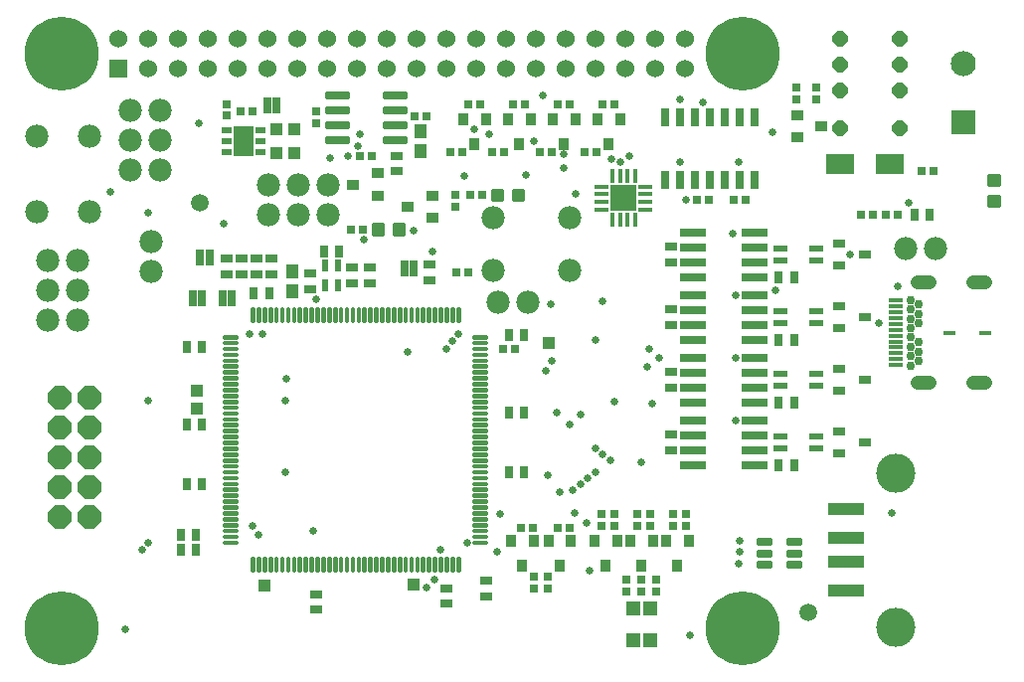
<source format=gbr>
G04 EAGLE Gerber RS-274X export*
G75*
%MOMM*%
%FSLAX34Y34*%
%LPD*%
%INSoldermask Top*%
%IPPOS*%
%AMOC8*
5,1,8,0,0,1.08239X$1,22.5*%
G01*
%ADD10R,0.701600X0.801600*%
%ADD11R,0.609600X1.066800*%
%ADD12R,1.001600X0.801600*%
%ADD13R,0.801600X1.001600*%
%ADD14R,1.101600X1.201600*%
%ADD15R,2.301600X0.701600*%
%ADD16R,1.151600X0.601600*%
%ADD17R,1.101600X0.801600*%
%ADD18C,6.301600*%
%ADD19R,1.524000X1.524000*%
%ADD20C,1.524000*%
%ADD21R,0.701600X1.601600*%
%ADD22R,0.901600X1.001600*%
%ADD23R,0.636700X0.745600*%
%ADD24P,2.144431X8X112.500000*%
%ADD25C,1.981200*%
%ADD26R,1.201600X1.251600*%
%ADD27R,0.801600X0.701600*%
%ADD28C,3.337563*%
%ADD29R,3.101600X1.001600*%
%ADD30C,0.245375*%
%ADD31C,0.261038*%
%ADD32C,1.151600*%
%ADD33R,1.301600X0.401600*%
%ADD34C,0.754800*%
%ADD35R,1.101600X0.301600*%
%ADD36R,2.133600X2.133600*%
%ADD37C,2.133600*%
%ADD38R,2.493600X1.666900*%
%ADD39P,1.398015X8X112.500000*%
%ADD40R,1.001600X0.901600*%
%ADD41R,0.745600X0.636700*%
%ADD42C,0.396575*%
%ADD43R,0.941600X0.521600*%
%ADD44R,1.701600X2.601600*%
%ADD45R,1.022500X1.071800*%
%ADD46R,0.730700X0.661600*%
%ADD47R,0.736600X1.371600*%
%ADD48R,1.151600X0.441600*%
%ADD49R,0.441600X1.151600*%
%ADD50R,2.261600X2.261600*%
%ADD51R,1.101600X1.101600*%
%ADD52C,0.225119*%
%ADD53C,0.654800*%
%ADD54C,1.501600*%


D10*
X376000Y365760D03*
X386000Y365760D03*
D11*
X263525Y371983D03*
X263525Y354457D03*
X274955Y354457D03*
X274955Y371983D03*
D12*
X287020Y356720D03*
X287020Y369720D03*
D13*
X262740Y383540D03*
X275740Y383540D03*
D14*
X236220Y349640D03*
X236220Y366640D03*
D13*
X420220Y312420D03*
X433220Y312420D03*
X153820Y129540D03*
X140820Y129540D03*
X158900Y236220D03*
X145900Y236220D03*
X158900Y185420D03*
X145900Y185420D03*
D12*
X302260Y356720D03*
X302260Y369720D03*
X401320Y103020D03*
X401320Y90020D03*
D13*
X420220Y195580D03*
X433220Y195580D03*
X420220Y246380D03*
X433220Y246380D03*
X158900Y302260D03*
X145900Y302260D03*
D12*
X256540Y91590D03*
X256540Y78590D03*
X353060Y359260D03*
X353060Y372260D03*
X180340Y364340D03*
X180340Y377340D03*
X193040Y364340D03*
X193040Y377340D03*
X218440Y364340D03*
X218440Y377340D03*
D13*
X203050Y347980D03*
X216050Y347980D03*
D12*
X367030Y96670D03*
X367030Y83670D03*
D13*
X153820Y142240D03*
X140820Y142240D03*
D15*
X577250Y227330D03*
X629250Y227330D03*
X577250Y240030D03*
X577250Y214630D03*
X577250Y201930D03*
X629250Y240030D03*
X629250Y214630D03*
X629250Y201930D03*
D13*
X650090Y201930D03*
X663090Y201930D03*
D12*
X558800Y214480D03*
X558800Y227480D03*
D16*
X651500Y225980D03*
X651500Y215980D03*
X682000Y215980D03*
X682000Y225980D03*
D17*
X723470Y220980D03*
X701470Y211480D03*
X701470Y230480D03*
D15*
X577250Y387350D03*
X629250Y387350D03*
X577250Y400050D03*
X577250Y374650D03*
X577250Y361950D03*
X629250Y400050D03*
X629250Y374650D03*
X629250Y361950D03*
D13*
X650090Y361950D03*
X663090Y361950D03*
D12*
X558800Y374500D03*
X558800Y387500D03*
D16*
X651500Y386000D03*
X651500Y376000D03*
X682000Y376000D03*
X682000Y386000D03*
D17*
X723470Y381000D03*
X701470Y371500D03*
X701470Y390500D03*
D15*
X577250Y334010D03*
X629250Y334010D03*
X577250Y346710D03*
X577250Y321310D03*
X577250Y308610D03*
X629250Y346710D03*
X629250Y321310D03*
X629250Y308610D03*
D13*
X650090Y308610D03*
X663090Y308610D03*
D12*
X558800Y321160D03*
X558800Y334160D03*
D16*
X651500Y332660D03*
X651500Y322660D03*
X682000Y322660D03*
X682000Y332660D03*
D17*
X723470Y327660D03*
X701470Y318160D03*
X701470Y337160D03*
D15*
X577250Y280670D03*
X629250Y280670D03*
X577250Y293370D03*
X577250Y267970D03*
X577250Y255270D03*
X629250Y293370D03*
X629250Y267970D03*
X629250Y255270D03*
D13*
X650090Y255270D03*
X663090Y255270D03*
D12*
X558800Y267820D03*
X558800Y280820D03*
D16*
X651500Y279320D03*
X651500Y269320D03*
X682000Y269320D03*
X682000Y279320D03*
D17*
X723470Y274320D03*
X701470Y264820D03*
X701470Y283820D03*
D18*
X39260Y62340D03*
X619260Y62340D03*
X619260Y552340D03*
X39260Y552340D03*
D19*
X87960Y539640D03*
D20*
X113360Y539640D03*
X138760Y539640D03*
X164160Y539640D03*
X189560Y539640D03*
X214960Y539640D03*
X87960Y565040D03*
X113360Y565040D03*
X138760Y565040D03*
X164160Y565040D03*
X189560Y565040D03*
X214960Y565040D03*
X240360Y539640D03*
X240360Y565040D03*
X265760Y539640D03*
X291160Y539640D03*
X316560Y539640D03*
X341960Y539640D03*
X367360Y539640D03*
X392760Y539640D03*
X265760Y565040D03*
X291160Y565040D03*
X316560Y565040D03*
X341960Y565040D03*
X367360Y565040D03*
X392760Y565040D03*
X418160Y539640D03*
X418160Y565040D03*
X443560Y539640D03*
X468960Y539640D03*
X494360Y539640D03*
X519760Y539640D03*
X545160Y539640D03*
X570560Y539640D03*
X443560Y565040D03*
X468960Y565040D03*
X494360Y565040D03*
X519760Y565040D03*
X545160Y565040D03*
X570560Y565040D03*
D21*
X629920Y498170D03*
X617220Y498170D03*
X604520Y498170D03*
X591820Y498170D03*
X579120Y498170D03*
X566420Y498170D03*
X553720Y498170D03*
X553720Y444170D03*
X566420Y444170D03*
X579120Y444170D03*
X591820Y444170D03*
X604520Y444170D03*
X617220Y444170D03*
X629920Y444170D03*
D22*
X476860Y496410D03*
X457860Y496410D03*
X467360Y475410D03*
X514960Y496410D03*
X495960Y496410D03*
X505460Y475410D03*
X400660Y496410D03*
X381660Y496410D03*
X391160Y475410D03*
X438760Y496410D03*
X419760Y496410D03*
X429260Y475410D03*
D23*
X462285Y509270D03*
X472435Y509270D03*
X457195Y468630D03*
X447045Y468630D03*
X500385Y509270D03*
X510535Y509270D03*
X495295Y468630D03*
X485145Y468630D03*
X386085Y509270D03*
X396235Y509270D03*
X380995Y468630D03*
X370845Y468630D03*
X424185Y509270D03*
X434335Y509270D03*
X416555Y468630D03*
X406405Y468630D03*
D24*
X63500Y157480D03*
X38100Y157480D03*
X63500Y182880D03*
X38100Y182880D03*
X63500Y208280D03*
X38100Y208280D03*
X63500Y233680D03*
X38100Y233680D03*
X63500Y259080D03*
X38100Y259080D03*
D25*
X27940Y325120D03*
X53340Y325120D03*
X27940Y350520D03*
X53340Y350520D03*
X27940Y375920D03*
X53340Y375920D03*
X18034Y417068D03*
X18034Y482092D03*
X63246Y417068D03*
X63246Y482092D03*
D12*
X251460Y351640D03*
X251460Y364640D03*
D26*
X525900Y52290D03*
X540900Y52290D03*
X540900Y79790D03*
X525900Y79790D03*
D22*
X573380Y137000D03*
X554380Y137000D03*
X563880Y116000D03*
X542900Y137000D03*
X523900Y137000D03*
X533400Y116000D03*
X512420Y137000D03*
X493420Y137000D03*
X502920Y116000D03*
D27*
X546100Y94060D03*
X546100Y104060D03*
X533400Y94060D03*
X533400Y104060D03*
X520700Y94060D03*
X520700Y104060D03*
D28*
X749780Y195199D03*
X749780Y63881D03*
D29*
X707660Y119540D03*
X707660Y94540D03*
X707660Y139540D03*
X707660Y164540D03*
D30*
X643021Y134319D02*
X632359Y134319D01*
X632359Y138681D01*
X643021Y138681D01*
X643021Y134319D01*
X643021Y136650D02*
X632359Y136650D01*
X632359Y124819D02*
X643021Y124819D01*
X632359Y124819D02*
X632359Y129181D01*
X643021Y129181D01*
X643021Y124819D01*
X643021Y127150D02*
X632359Y127150D01*
X632359Y115319D02*
X643021Y115319D01*
X632359Y115319D02*
X632359Y119681D01*
X643021Y119681D01*
X643021Y115319D01*
X643021Y117650D02*
X632359Y117650D01*
X657459Y115319D02*
X668121Y115319D01*
X657459Y115319D02*
X657459Y119681D01*
X668121Y119681D01*
X668121Y115319D01*
X668121Y117650D02*
X657459Y117650D01*
X657459Y124819D02*
X668121Y124819D01*
X657459Y124819D02*
X657459Y129181D01*
X668121Y129181D01*
X668121Y124819D01*
X668121Y127150D02*
X657459Y127150D01*
X657459Y134319D02*
X668121Y134319D01*
X657459Y134319D02*
X657459Y138681D01*
X668121Y138681D01*
X668121Y134319D01*
X668121Y136650D02*
X657459Y136650D01*
D25*
X436880Y340360D03*
X411480Y340360D03*
D27*
X453390Y106600D03*
X453390Y96600D03*
X441960Y106600D03*
X441960Y96600D03*
D31*
X377763Y324317D02*
X377763Y335323D01*
X377763Y324317D02*
X376357Y324317D01*
X376357Y335323D01*
X377763Y335323D01*
X377763Y326796D02*
X376357Y326796D01*
X376357Y329275D02*
X377763Y329275D01*
X377763Y331754D02*
X376357Y331754D01*
X376357Y334233D02*
X377763Y334233D01*
X372763Y335323D02*
X372763Y324317D01*
X371357Y324317D01*
X371357Y335323D01*
X372763Y335323D01*
X372763Y326796D02*
X371357Y326796D01*
X371357Y329275D02*
X372763Y329275D01*
X372763Y331754D02*
X371357Y331754D01*
X371357Y334233D02*
X372763Y334233D01*
X367763Y335323D02*
X367763Y324317D01*
X366357Y324317D01*
X366357Y335323D01*
X367763Y335323D01*
X367763Y326796D02*
X366357Y326796D01*
X366357Y329275D02*
X367763Y329275D01*
X367763Y331754D02*
X366357Y331754D01*
X366357Y334233D02*
X367763Y334233D01*
X362763Y335323D02*
X362763Y324317D01*
X361357Y324317D01*
X361357Y335323D01*
X362763Y335323D01*
X362763Y326796D02*
X361357Y326796D01*
X361357Y329275D02*
X362763Y329275D01*
X362763Y331754D02*
X361357Y331754D01*
X361357Y334233D02*
X362763Y334233D01*
X357763Y335323D02*
X357763Y324317D01*
X356357Y324317D01*
X356357Y335323D01*
X357763Y335323D01*
X357763Y326796D02*
X356357Y326796D01*
X356357Y329275D02*
X357763Y329275D01*
X357763Y331754D02*
X356357Y331754D01*
X356357Y334233D02*
X357763Y334233D01*
X352763Y335323D02*
X352763Y324317D01*
X351357Y324317D01*
X351357Y335323D01*
X352763Y335323D01*
X352763Y326796D02*
X351357Y326796D01*
X351357Y329275D02*
X352763Y329275D01*
X352763Y331754D02*
X351357Y331754D01*
X351357Y334233D02*
X352763Y334233D01*
X347763Y335323D02*
X347763Y324317D01*
X346357Y324317D01*
X346357Y335323D01*
X347763Y335323D01*
X347763Y326796D02*
X346357Y326796D01*
X346357Y329275D02*
X347763Y329275D01*
X347763Y331754D02*
X346357Y331754D01*
X346357Y334233D02*
X347763Y334233D01*
X342763Y335323D02*
X342763Y324317D01*
X341357Y324317D01*
X341357Y335323D01*
X342763Y335323D01*
X342763Y326796D02*
X341357Y326796D01*
X341357Y329275D02*
X342763Y329275D01*
X342763Y331754D02*
X341357Y331754D01*
X341357Y334233D02*
X342763Y334233D01*
X337763Y335323D02*
X337763Y324317D01*
X336357Y324317D01*
X336357Y335323D01*
X337763Y335323D01*
X337763Y326796D02*
X336357Y326796D01*
X336357Y329275D02*
X337763Y329275D01*
X337763Y331754D02*
X336357Y331754D01*
X336357Y334233D02*
X337763Y334233D01*
X332763Y335323D02*
X332763Y324317D01*
X331357Y324317D01*
X331357Y335323D01*
X332763Y335323D01*
X332763Y326796D02*
X331357Y326796D01*
X331357Y329275D02*
X332763Y329275D01*
X332763Y331754D02*
X331357Y331754D01*
X331357Y334233D02*
X332763Y334233D01*
X327763Y335323D02*
X327763Y324317D01*
X326357Y324317D01*
X326357Y335323D01*
X327763Y335323D01*
X327763Y326796D02*
X326357Y326796D01*
X326357Y329275D02*
X327763Y329275D01*
X327763Y331754D02*
X326357Y331754D01*
X326357Y334233D02*
X327763Y334233D01*
X322763Y335323D02*
X322763Y324317D01*
X321357Y324317D01*
X321357Y335323D01*
X322763Y335323D01*
X322763Y326796D02*
X321357Y326796D01*
X321357Y329275D02*
X322763Y329275D01*
X322763Y331754D02*
X321357Y331754D01*
X321357Y334233D02*
X322763Y334233D01*
X317763Y335323D02*
X317763Y324317D01*
X316357Y324317D01*
X316357Y335323D01*
X317763Y335323D01*
X317763Y326796D02*
X316357Y326796D01*
X316357Y329275D02*
X317763Y329275D01*
X317763Y331754D02*
X316357Y331754D01*
X316357Y334233D02*
X317763Y334233D01*
X312763Y335323D02*
X312763Y324317D01*
X311357Y324317D01*
X311357Y335323D01*
X312763Y335323D01*
X312763Y326796D02*
X311357Y326796D01*
X311357Y329275D02*
X312763Y329275D01*
X312763Y331754D02*
X311357Y331754D01*
X311357Y334233D02*
X312763Y334233D01*
X307763Y335323D02*
X307763Y324317D01*
X306357Y324317D01*
X306357Y335323D01*
X307763Y335323D01*
X307763Y326796D02*
X306357Y326796D01*
X306357Y329275D02*
X307763Y329275D01*
X307763Y331754D02*
X306357Y331754D01*
X306357Y334233D02*
X307763Y334233D01*
X302763Y335323D02*
X302763Y324317D01*
X301357Y324317D01*
X301357Y335323D01*
X302763Y335323D01*
X302763Y326796D02*
X301357Y326796D01*
X301357Y329275D02*
X302763Y329275D01*
X302763Y331754D02*
X301357Y331754D01*
X301357Y334233D02*
X302763Y334233D01*
X297763Y335323D02*
X297763Y324317D01*
X296357Y324317D01*
X296357Y335323D01*
X297763Y335323D01*
X297763Y326796D02*
X296357Y326796D01*
X296357Y329275D02*
X297763Y329275D01*
X297763Y331754D02*
X296357Y331754D01*
X296357Y334233D02*
X297763Y334233D01*
X292763Y335323D02*
X292763Y324317D01*
X291357Y324317D01*
X291357Y335323D01*
X292763Y335323D01*
X292763Y326796D02*
X291357Y326796D01*
X291357Y329275D02*
X292763Y329275D01*
X292763Y331754D02*
X291357Y331754D01*
X291357Y334233D02*
X292763Y334233D01*
X287763Y335323D02*
X287763Y324317D01*
X286357Y324317D01*
X286357Y335323D01*
X287763Y335323D01*
X287763Y326796D02*
X286357Y326796D01*
X286357Y329275D02*
X287763Y329275D01*
X287763Y331754D02*
X286357Y331754D01*
X286357Y334233D02*
X287763Y334233D01*
X282763Y335323D02*
X282763Y324317D01*
X281357Y324317D01*
X281357Y335323D01*
X282763Y335323D01*
X282763Y326796D02*
X281357Y326796D01*
X281357Y329275D02*
X282763Y329275D01*
X282763Y331754D02*
X281357Y331754D01*
X281357Y334233D02*
X282763Y334233D01*
X277763Y335323D02*
X277763Y324317D01*
X276357Y324317D01*
X276357Y335323D01*
X277763Y335323D01*
X277763Y326796D02*
X276357Y326796D01*
X276357Y329275D02*
X277763Y329275D01*
X277763Y331754D02*
X276357Y331754D01*
X276357Y334233D02*
X277763Y334233D01*
X272763Y335323D02*
X272763Y324317D01*
X271357Y324317D01*
X271357Y335323D01*
X272763Y335323D01*
X272763Y326796D02*
X271357Y326796D01*
X271357Y329275D02*
X272763Y329275D01*
X272763Y331754D02*
X271357Y331754D01*
X271357Y334233D02*
X272763Y334233D01*
X267763Y335323D02*
X267763Y324317D01*
X266357Y324317D01*
X266357Y335323D01*
X267763Y335323D01*
X267763Y326796D02*
X266357Y326796D01*
X266357Y329275D02*
X267763Y329275D01*
X267763Y331754D02*
X266357Y331754D01*
X266357Y334233D02*
X267763Y334233D01*
X262763Y335323D02*
X262763Y324317D01*
X261357Y324317D01*
X261357Y335323D01*
X262763Y335323D01*
X262763Y326796D02*
X261357Y326796D01*
X261357Y329275D02*
X262763Y329275D01*
X262763Y331754D02*
X261357Y331754D01*
X261357Y334233D02*
X262763Y334233D01*
X257763Y335323D02*
X257763Y324317D01*
X256357Y324317D01*
X256357Y335323D01*
X257763Y335323D01*
X257763Y326796D02*
X256357Y326796D01*
X256357Y329275D02*
X257763Y329275D01*
X257763Y331754D02*
X256357Y331754D01*
X256357Y334233D02*
X257763Y334233D01*
X252763Y335323D02*
X252763Y324317D01*
X251357Y324317D01*
X251357Y335323D01*
X252763Y335323D01*
X252763Y326796D02*
X251357Y326796D01*
X251357Y329275D02*
X252763Y329275D01*
X252763Y331754D02*
X251357Y331754D01*
X251357Y334233D02*
X252763Y334233D01*
X247763Y335323D02*
X247763Y324317D01*
X246357Y324317D01*
X246357Y335323D01*
X247763Y335323D01*
X247763Y326796D02*
X246357Y326796D01*
X246357Y329275D02*
X247763Y329275D01*
X247763Y331754D02*
X246357Y331754D01*
X246357Y334233D02*
X247763Y334233D01*
X242763Y335323D02*
X242763Y324317D01*
X241357Y324317D01*
X241357Y335323D01*
X242763Y335323D01*
X242763Y326796D02*
X241357Y326796D01*
X241357Y329275D02*
X242763Y329275D01*
X242763Y331754D02*
X241357Y331754D01*
X241357Y334233D02*
X242763Y334233D01*
X237763Y335323D02*
X237763Y324317D01*
X236357Y324317D01*
X236357Y335323D01*
X237763Y335323D01*
X237763Y326796D02*
X236357Y326796D01*
X236357Y329275D02*
X237763Y329275D01*
X237763Y331754D02*
X236357Y331754D01*
X236357Y334233D02*
X237763Y334233D01*
X232763Y335323D02*
X232763Y324317D01*
X231357Y324317D01*
X231357Y335323D01*
X232763Y335323D01*
X232763Y326796D02*
X231357Y326796D01*
X231357Y329275D02*
X232763Y329275D01*
X232763Y331754D02*
X231357Y331754D01*
X231357Y334233D02*
X232763Y334233D01*
X227763Y335323D02*
X227763Y324317D01*
X226357Y324317D01*
X226357Y335323D01*
X227763Y335323D01*
X227763Y326796D02*
X226357Y326796D01*
X226357Y329275D02*
X227763Y329275D01*
X227763Y331754D02*
X226357Y331754D01*
X226357Y334233D02*
X227763Y334233D01*
X222763Y335323D02*
X222763Y324317D01*
X221357Y324317D01*
X221357Y335323D01*
X222763Y335323D01*
X222763Y326796D02*
X221357Y326796D01*
X221357Y329275D02*
X222763Y329275D01*
X222763Y331754D02*
X221357Y331754D01*
X221357Y334233D02*
X222763Y334233D01*
X217763Y335323D02*
X217763Y324317D01*
X216357Y324317D01*
X216357Y335323D01*
X217763Y335323D01*
X217763Y326796D02*
X216357Y326796D01*
X216357Y329275D02*
X217763Y329275D01*
X217763Y331754D02*
X216357Y331754D01*
X216357Y334233D02*
X217763Y334233D01*
X212763Y335323D02*
X212763Y324317D01*
X211357Y324317D01*
X211357Y335323D01*
X212763Y335323D01*
X212763Y326796D02*
X211357Y326796D01*
X211357Y329275D02*
X212763Y329275D01*
X212763Y331754D02*
X211357Y331754D01*
X211357Y334233D02*
X212763Y334233D01*
X207763Y335323D02*
X207763Y324317D01*
X206357Y324317D01*
X206357Y335323D01*
X207763Y335323D01*
X207763Y326796D02*
X206357Y326796D01*
X206357Y329275D02*
X207763Y329275D01*
X207763Y331754D02*
X206357Y331754D01*
X206357Y334233D02*
X207763Y334233D01*
X202763Y335323D02*
X202763Y324317D01*
X201357Y324317D01*
X201357Y335323D01*
X202763Y335323D01*
X202763Y326796D02*
X201357Y326796D01*
X201357Y329275D02*
X202763Y329275D01*
X202763Y331754D02*
X201357Y331754D01*
X201357Y334233D02*
X202763Y334233D01*
X188763Y311723D02*
X177757Y311723D01*
X188763Y311723D02*
X188763Y310317D01*
X177757Y310317D01*
X177757Y311723D01*
X177757Y306723D02*
X188763Y306723D01*
X188763Y305317D01*
X177757Y305317D01*
X177757Y306723D01*
X177757Y301723D02*
X188763Y301723D01*
X188763Y300317D01*
X177757Y300317D01*
X177757Y301723D01*
X177757Y296723D02*
X188763Y296723D01*
X188763Y295317D01*
X177757Y295317D01*
X177757Y296723D01*
X177757Y291723D02*
X188763Y291723D01*
X188763Y290317D01*
X177757Y290317D01*
X177757Y291723D01*
X177757Y286723D02*
X188763Y286723D01*
X188763Y285317D01*
X177757Y285317D01*
X177757Y286723D01*
X177757Y281723D02*
X188763Y281723D01*
X188763Y280317D01*
X177757Y280317D01*
X177757Y281723D01*
X177757Y276723D02*
X188763Y276723D01*
X188763Y275317D01*
X177757Y275317D01*
X177757Y276723D01*
X177757Y271723D02*
X188763Y271723D01*
X188763Y270317D01*
X177757Y270317D01*
X177757Y271723D01*
X177757Y266723D02*
X188763Y266723D01*
X188763Y265317D01*
X177757Y265317D01*
X177757Y266723D01*
X177757Y261723D02*
X188763Y261723D01*
X188763Y260317D01*
X177757Y260317D01*
X177757Y261723D01*
X177757Y256723D02*
X188763Y256723D01*
X188763Y255317D01*
X177757Y255317D01*
X177757Y256723D01*
X177757Y251723D02*
X188763Y251723D01*
X188763Y250317D01*
X177757Y250317D01*
X177757Y251723D01*
X177757Y246723D02*
X188763Y246723D01*
X188763Y245317D01*
X177757Y245317D01*
X177757Y246723D01*
X177757Y241723D02*
X188763Y241723D01*
X188763Y240317D01*
X177757Y240317D01*
X177757Y241723D01*
X177757Y236723D02*
X188763Y236723D01*
X188763Y235317D01*
X177757Y235317D01*
X177757Y236723D01*
X177757Y231723D02*
X188763Y231723D01*
X188763Y230317D01*
X177757Y230317D01*
X177757Y231723D01*
X177757Y226723D02*
X188763Y226723D01*
X188763Y225317D01*
X177757Y225317D01*
X177757Y226723D01*
X177757Y221723D02*
X188763Y221723D01*
X188763Y220317D01*
X177757Y220317D01*
X177757Y221723D01*
X177757Y216723D02*
X188763Y216723D01*
X188763Y215317D01*
X177757Y215317D01*
X177757Y216723D01*
X177757Y211723D02*
X188763Y211723D01*
X188763Y210317D01*
X177757Y210317D01*
X177757Y211723D01*
X177757Y206723D02*
X188763Y206723D01*
X188763Y205317D01*
X177757Y205317D01*
X177757Y206723D01*
X177757Y201723D02*
X188763Y201723D01*
X188763Y200317D01*
X177757Y200317D01*
X177757Y201723D01*
X177757Y196723D02*
X188763Y196723D01*
X188763Y195317D01*
X177757Y195317D01*
X177757Y196723D01*
X177757Y191723D02*
X188763Y191723D01*
X188763Y190317D01*
X177757Y190317D01*
X177757Y191723D01*
X177757Y186723D02*
X188763Y186723D01*
X188763Y185317D01*
X177757Y185317D01*
X177757Y186723D01*
X177757Y181723D02*
X188763Y181723D01*
X188763Y180317D01*
X177757Y180317D01*
X177757Y181723D01*
X177757Y176723D02*
X188763Y176723D01*
X188763Y175317D01*
X177757Y175317D01*
X177757Y176723D01*
X177757Y171723D02*
X188763Y171723D01*
X188763Y170317D01*
X177757Y170317D01*
X177757Y171723D01*
X177757Y166723D02*
X188763Y166723D01*
X188763Y165317D01*
X177757Y165317D01*
X177757Y166723D01*
X177757Y161723D02*
X188763Y161723D01*
X188763Y160317D01*
X177757Y160317D01*
X177757Y161723D01*
X177757Y156723D02*
X188763Y156723D01*
X188763Y155317D01*
X177757Y155317D01*
X177757Y156723D01*
X177757Y151723D02*
X188763Y151723D01*
X188763Y150317D01*
X177757Y150317D01*
X177757Y151723D01*
X177757Y146723D02*
X188763Y146723D01*
X188763Y145317D01*
X177757Y145317D01*
X177757Y146723D01*
X177757Y141723D02*
X188763Y141723D01*
X188763Y140317D01*
X177757Y140317D01*
X177757Y141723D01*
X177757Y136723D02*
X188763Y136723D01*
X188763Y135317D01*
X177757Y135317D01*
X177757Y136723D01*
X201357Y122723D02*
X201357Y111717D01*
X201357Y122723D02*
X202763Y122723D01*
X202763Y111717D01*
X201357Y111717D01*
X201357Y114196D02*
X202763Y114196D01*
X202763Y116675D02*
X201357Y116675D01*
X201357Y119154D02*
X202763Y119154D01*
X202763Y121633D02*
X201357Y121633D01*
X206357Y122723D02*
X206357Y111717D01*
X206357Y122723D02*
X207763Y122723D01*
X207763Y111717D01*
X206357Y111717D01*
X206357Y114196D02*
X207763Y114196D01*
X207763Y116675D02*
X206357Y116675D01*
X206357Y119154D02*
X207763Y119154D01*
X207763Y121633D02*
X206357Y121633D01*
X211357Y122723D02*
X211357Y111717D01*
X211357Y122723D02*
X212763Y122723D01*
X212763Y111717D01*
X211357Y111717D01*
X211357Y114196D02*
X212763Y114196D01*
X212763Y116675D02*
X211357Y116675D01*
X211357Y119154D02*
X212763Y119154D01*
X212763Y121633D02*
X211357Y121633D01*
X216357Y122723D02*
X216357Y111717D01*
X216357Y122723D02*
X217763Y122723D01*
X217763Y111717D01*
X216357Y111717D01*
X216357Y114196D02*
X217763Y114196D01*
X217763Y116675D02*
X216357Y116675D01*
X216357Y119154D02*
X217763Y119154D01*
X217763Y121633D02*
X216357Y121633D01*
X221357Y122723D02*
X221357Y111717D01*
X221357Y122723D02*
X222763Y122723D01*
X222763Y111717D01*
X221357Y111717D01*
X221357Y114196D02*
X222763Y114196D01*
X222763Y116675D02*
X221357Y116675D01*
X221357Y119154D02*
X222763Y119154D01*
X222763Y121633D02*
X221357Y121633D01*
X226357Y122723D02*
X226357Y111717D01*
X226357Y122723D02*
X227763Y122723D01*
X227763Y111717D01*
X226357Y111717D01*
X226357Y114196D02*
X227763Y114196D01*
X227763Y116675D02*
X226357Y116675D01*
X226357Y119154D02*
X227763Y119154D01*
X227763Y121633D02*
X226357Y121633D01*
X231357Y122723D02*
X231357Y111717D01*
X231357Y122723D02*
X232763Y122723D01*
X232763Y111717D01*
X231357Y111717D01*
X231357Y114196D02*
X232763Y114196D01*
X232763Y116675D02*
X231357Y116675D01*
X231357Y119154D02*
X232763Y119154D01*
X232763Y121633D02*
X231357Y121633D01*
X236357Y122723D02*
X236357Y111717D01*
X236357Y122723D02*
X237763Y122723D01*
X237763Y111717D01*
X236357Y111717D01*
X236357Y114196D02*
X237763Y114196D01*
X237763Y116675D02*
X236357Y116675D01*
X236357Y119154D02*
X237763Y119154D01*
X237763Y121633D02*
X236357Y121633D01*
X241357Y122723D02*
X241357Y111717D01*
X241357Y122723D02*
X242763Y122723D01*
X242763Y111717D01*
X241357Y111717D01*
X241357Y114196D02*
X242763Y114196D01*
X242763Y116675D02*
X241357Y116675D01*
X241357Y119154D02*
X242763Y119154D01*
X242763Y121633D02*
X241357Y121633D01*
X246357Y122723D02*
X246357Y111717D01*
X246357Y122723D02*
X247763Y122723D01*
X247763Y111717D01*
X246357Y111717D01*
X246357Y114196D02*
X247763Y114196D01*
X247763Y116675D02*
X246357Y116675D01*
X246357Y119154D02*
X247763Y119154D01*
X247763Y121633D02*
X246357Y121633D01*
X251357Y122723D02*
X251357Y111717D01*
X251357Y122723D02*
X252763Y122723D01*
X252763Y111717D01*
X251357Y111717D01*
X251357Y114196D02*
X252763Y114196D01*
X252763Y116675D02*
X251357Y116675D01*
X251357Y119154D02*
X252763Y119154D01*
X252763Y121633D02*
X251357Y121633D01*
X256357Y122723D02*
X256357Y111717D01*
X256357Y122723D02*
X257763Y122723D01*
X257763Y111717D01*
X256357Y111717D01*
X256357Y114196D02*
X257763Y114196D01*
X257763Y116675D02*
X256357Y116675D01*
X256357Y119154D02*
X257763Y119154D01*
X257763Y121633D02*
X256357Y121633D01*
X261357Y122723D02*
X261357Y111717D01*
X261357Y122723D02*
X262763Y122723D01*
X262763Y111717D01*
X261357Y111717D01*
X261357Y114196D02*
X262763Y114196D01*
X262763Y116675D02*
X261357Y116675D01*
X261357Y119154D02*
X262763Y119154D01*
X262763Y121633D02*
X261357Y121633D01*
X266357Y122723D02*
X266357Y111717D01*
X266357Y122723D02*
X267763Y122723D01*
X267763Y111717D01*
X266357Y111717D01*
X266357Y114196D02*
X267763Y114196D01*
X267763Y116675D02*
X266357Y116675D01*
X266357Y119154D02*
X267763Y119154D01*
X267763Y121633D02*
X266357Y121633D01*
X271357Y122723D02*
X271357Y111717D01*
X271357Y122723D02*
X272763Y122723D01*
X272763Y111717D01*
X271357Y111717D01*
X271357Y114196D02*
X272763Y114196D01*
X272763Y116675D02*
X271357Y116675D01*
X271357Y119154D02*
X272763Y119154D01*
X272763Y121633D02*
X271357Y121633D01*
X276357Y122723D02*
X276357Y111717D01*
X276357Y122723D02*
X277763Y122723D01*
X277763Y111717D01*
X276357Y111717D01*
X276357Y114196D02*
X277763Y114196D01*
X277763Y116675D02*
X276357Y116675D01*
X276357Y119154D02*
X277763Y119154D01*
X277763Y121633D02*
X276357Y121633D01*
X281357Y122723D02*
X281357Y111717D01*
X281357Y122723D02*
X282763Y122723D01*
X282763Y111717D01*
X281357Y111717D01*
X281357Y114196D02*
X282763Y114196D01*
X282763Y116675D02*
X281357Y116675D01*
X281357Y119154D02*
X282763Y119154D01*
X282763Y121633D02*
X281357Y121633D01*
X286357Y122723D02*
X286357Y111717D01*
X286357Y122723D02*
X287763Y122723D01*
X287763Y111717D01*
X286357Y111717D01*
X286357Y114196D02*
X287763Y114196D01*
X287763Y116675D02*
X286357Y116675D01*
X286357Y119154D02*
X287763Y119154D01*
X287763Y121633D02*
X286357Y121633D01*
X291357Y122723D02*
X291357Y111717D01*
X291357Y122723D02*
X292763Y122723D01*
X292763Y111717D01*
X291357Y111717D01*
X291357Y114196D02*
X292763Y114196D01*
X292763Y116675D02*
X291357Y116675D01*
X291357Y119154D02*
X292763Y119154D01*
X292763Y121633D02*
X291357Y121633D01*
X296357Y122723D02*
X296357Y111717D01*
X296357Y122723D02*
X297763Y122723D01*
X297763Y111717D01*
X296357Y111717D01*
X296357Y114196D02*
X297763Y114196D01*
X297763Y116675D02*
X296357Y116675D01*
X296357Y119154D02*
X297763Y119154D01*
X297763Y121633D02*
X296357Y121633D01*
X301357Y122723D02*
X301357Y111717D01*
X301357Y122723D02*
X302763Y122723D01*
X302763Y111717D01*
X301357Y111717D01*
X301357Y114196D02*
X302763Y114196D01*
X302763Y116675D02*
X301357Y116675D01*
X301357Y119154D02*
X302763Y119154D01*
X302763Y121633D02*
X301357Y121633D01*
X306357Y122723D02*
X306357Y111717D01*
X306357Y122723D02*
X307763Y122723D01*
X307763Y111717D01*
X306357Y111717D01*
X306357Y114196D02*
X307763Y114196D01*
X307763Y116675D02*
X306357Y116675D01*
X306357Y119154D02*
X307763Y119154D01*
X307763Y121633D02*
X306357Y121633D01*
X311357Y122723D02*
X311357Y111717D01*
X311357Y122723D02*
X312763Y122723D01*
X312763Y111717D01*
X311357Y111717D01*
X311357Y114196D02*
X312763Y114196D01*
X312763Y116675D02*
X311357Y116675D01*
X311357Y119154D02*
X312763Y119154D01*
X312763Y121633D02*
X311357Y121633D01*
X316357Y122723D02*
X316357Y111717D01*
X316357Y122723D02*
X317763Y122723D01*
X317763Y111717D01*
X316357Y111717D01*
X316357Y114196D02*
X317763Y114196D01*
X317763Y116675D02*
X316357Y116675D01*
X316357Y119154D02*
X317763Y119154D01*
X317763Y121633D02*
X316357Y121633D01*
X321357Y122723D02*
X321357Y111717D01*
X321357Y122723D02*
X322763Y122723D01*
X322763Y111717D01*
X321357Y111717D01*
X321357Y114196D02*
X322763Y114196D01*
X322763Y116675D02*
X321357Y116675D01*
X321357Y119154D02*
X322763Y119154D01*
X322763Y121633D02*
X321357Y121633D01*
X326357Y122723D02*
X326357Y111717D01*
X326357Y122723D02*
X327763Y122723D01*
X327763Y111717D01*
X326357Y111717D01*
X326357Y114196D02*
X327763Y114196D01*
X327763Y116675D02*
X326357Y116675D01*
X326357Y119154D02*
X327763Y119154D01*
X327763Y121633D02*
X326357Y121633D01*
X331357Y122723D02*
X331357Y111717D01*
X331357Y122723D02*
X332763Y122723D01*
X332763Y111717D01*
X331357Y111717D01*
X331357Y114196D02*
X332763Y114196D01*
X332763Y116675D02*
X331357Y116675D01*
X331357Y119154D02*
X332763Y119154D01*
X332763Y121633D02*
X331357Y121633D01*
X336357Y122723D02*
X336357Y111717D01*
X336357Y122723D02*
X337763Y122723D01*
X337763Y111717D01*
X336357Y111717D01*
X336357Y114196D02*
X337763Y114196D01*
X337763Y116675D02*
X336357Y116675D01*
X336357Y119154D02*
X337763Y119154D01*
X337763Y121633D02*
X336357Y121633D01*
X341357Y122723D02*
X341357Y111717D01*
X341357Y122723D02*
X342763Y122723D01*
X342763Y111717D01*
X341357Y111717D01*
X341357Y114196D02*
X342763Y114196D01*
X342763Y116675D02*
X341357Y116675D01*
X341357Y119154D02*
X342763Y119154D01*
X342763Y121633D02*
X341357Y121633D01*
X346357Y122723D02*
X346357Y111717D01*
X346357Y122723D02*
X347763Y122723D01*
X347763Y111717D01*
X346357Y111717D01*
X346357Y114196D02*
X347763Y114196D01*
X347763Y116675D02*
X346357Y116675D01*
X346357Y119154D02*
X347763Y119154D01*
X347763Y121633D02*
X346357Y121633D01*
X351357Y122723D02*
X351357Y111717D01*
X351357Y122723D02*
X352763Y122723D01*
X352763Y111717D01*
X351357Y111717D01*
X351357Y114196D02*
X352763Y114196D01*
X352763Y116675D02*
X351357Y116675D01*
X351357Y119154D02*
X352763Y119154D01*
X352763Y121633D02*
X351357Y121633D01*
X356357Y122723D02*
X356357Y111717D01*
X356357Y122723D02*
X357763Y122723D01*
X357763Y111717D01*
X356357Y111717D01*
X356357Y114196D02*
X357763Y114196D01*
X357763Y116675D02*
X356357Y116675D01*
X356357Y119154D02*
X357763Y119154D01*
X357763Y121633D02*
X356357Y121633D01*
X361357Y122723D02*
X361357Y111717D01*
X361357Y122723D02*
X362763Y122723D01*
X362763Y111717D01*
X361357Y111717D01*
X361357Y114196D02*
X362763Y114196D01*
X362763Y116675D02*
X361357Y116675D01*
X361357Y119154D02*
X362763Y119154D01*
X362763Y121633D02*
X361357Y121633D01*
X366357Y122723D02*
X366357Y111717D01*
X366357Y122723D02*
X367763Y122723D01*
X367763Y111717D01*
X366357Y111717D01*
X366357Y114196D02*
X367763Y114196D01*
X367763Y116675D02*
X366357Y116675D01*
X366357Y119154D02*
X367763Y119154D01*
X367763Y121633D02*
X366357Y121633D01*
X371357Y122723D02*
X371357Y111717D01*
X371357Y122723D02*
X372763Y122723D01*
X372763Y111717D01*
X371357Y111717D01*
X371357Y114196D02*
X372763Y114196D01*
X372763Y116675D02*
X371357Y116675D01*
X371357Y119154D02*
X372763Y119154D01*
X372763Y121633D02*
X371357Y121633D01*
X376357Y122723D02*
X376357Y111717D01*
X376357Y122723D02*
X377763Y122723D01*
X377763Y111717D01*
X376357Y111717D01*
X376357Y114196D02*
X377763Y114196D01*
X377763Y116675D02*
X376357Y116675D01*
X376357Y119154D02*
X377763Y119154D01*
X377763Y121633D02*
X376357Y121633D01*
X390357Y135317D02*
X401363Y135317D01*
X390357Y135317D02*
X390357Y136723D01*
X401363Y136723D01*
X401363Y135317D01*
X401363Y140317D02*
X390357Y140317D01*
X390357Y141723D01*
X401363Y141723D01*
X401363Y140317D01*
X401363Y145317D02*
X390357Y145317D01*
X390357Y146723D01*
X401363Y146723D01*
X401363Y145317D01*
X401363Y150317D02*
X390357Y150317D01*
X390357Y151723D01*
X401363Y151723D01*
X401363Y150317D01*
X401363Y155317D02*
X390357Y155317D01*
X390357Y156723D01*
X401363Y156723D01*
X401363Y155317D01*
X401363Y160317D02*
X390357Y160317D01*
X390357Y161723D01*
X401363Y161723D01*
X401363Y160317D01*
X401363Y165317D02*
X390357Y165317D01*
X390357Y166723D01*
X401363Y166723D01*
X401363Y165317D01*
X401363Y170317D02*
X390357Y170317D01*
X390357Y171723D01*
X401363Y171723D01*
X401363Y170317D01*
X401363Y175317D02*
X390357Y175317D01*
X390357Y176723D01*
X401363Y176723D01*
X401363Y175317D01*
X401363Y180317D02*
X390357Y180317D01*
X390357Y181723D01*
X401363Y181723D01*
X401363Y180317D01*
X401363Y185317D02*
X390357Y185317D01*
X390357Y186723D01*
X401363Y186723D01*
X401363Y185317D01*
X401363Y190317D02*
X390357Y190317D01*
X390357Y191723D01*
X401363Y191723D01*
X401363Y190317D01*
X401363Y195317D02*
X390357Y195317D01*
X390357Y196723D01*
X401363Y196723D01*
X401363Y195317D01*
X401363Y200317D02*
X390357Y200317D01*
X390357Y201723D01*
X401363Y201723D01*
X401363Y200317D01*
X401363Y205317D02*
X390357Y205317D01*
X390357Y206723D01*
X401363Y206723D01*
X401363Y205317D01*
X401363Y210317D02*
X390357Y210317D01*
X390357Y211723D01*
X401363Y211723D01*
X401363Y210317D01*
X401363Y215317D02*
X390357Y215317D01*
X390357Y216723D01*
X401363Y216723D01*
X401363Y215317D01*
X401363Y220317D02*
X390357Y220317D01*
X390357Y221723D01*
X401363Y221723D01*
X401363Y220317D01*
X401363Y225317D02*
X390357Y225317D01*
X390357Y226723D01*
X401363Y226723D01*
X401363Y225317D01*
X401363Y230317D02*
X390357Y230317D01*
X390357Y231723D01*
X401363Y231723D01*
X401363Y230317D01*
X401363Y235317D02*
X390357Y235317D01*
X390357Y236723D01*
X401363Y236723D01*
X401363Y235317D01*
X401363Y240317D02*
X390357Y240317D01*
X390357Y241723D01*
X401363Y241723D01*
X401363Y240317D01*
X401363Y245317D02*
X390357Y245317D01*
X390357Y246723D01*
X401363Y246723D01*
X401363Y245317D01*
X401363Y250317D02*
X390357Y250317D01*
X390357Y251723D01*
X401363Y251723D01*
X401363Y250317D01*
X401363Y255317D02*
X390357Y255317D01*
X390357Y256723D01*
X401363Y256723D01*
X401363Y255317D01*
X401363Y260317D02*
X390357Y260317D01*
X390357Y261723D01*
X401363Y261723D01*
X401363Y260317D01*
X401363Y265317D02*
X390357Y265317D01*
X390357Y266723D01*
X401363Y266723D01*
X401363Y265317D01*
X401363Y270317D02*
X390357Y270317D01*
X390357Y271723D01*
X401363Y271723D01*
X401363Y270317D01*
X401363Y275317D02*
X390357Y275317D01*
X390357Y276723D01*
X401363Y276723D01*
X401363Y275317D01*
X401363Y280317D02*
X390357Y280317D01*
X390357Y281723D01*
X401363Y281723D01*
X401363Y280317D01*
X401363Y285317D02*
X390357Y285317D01*
X390357Y286723D01*
X401363Y286723D01*
X401363Y285317D01*
X401363Y290317D02*
X390357Y290317D01*
X390357Y291723D01*
X401363Y291723D01*
X401363Y290317D01*
X401363Y295317D02*
X390357Y295317D01*
X390357Y296723D01*
X401363Y296723D01*
X401363Y295317D01*
X401363Y300317D02*
X390357Y300317D01*
X390357Y301723D01*
X401363Y301723D01*
X401363Y300317D01*
X401363Y305317D02*
X390357Y305317D01*
X390357Y306723D01*
X401363Y306723D01*
X401363Y305317D01*
X401363Y310317D02*
X390357Y310317D01*
X390357Y311723D01*
X401363Y311723D01*
X401363Y310317D01*
D32*
X768378Y271752D02*
X778878Y271752D01*
X778878Y357152D02*
X768378Y357152D01*
X815678Y271752D02*
X826178Y271752D01*
X826178Y357152D02*
X815678Y357152D01*
D33*
X749628Y286952D03*
X749628Y291952D03*
X749628Y296952D03*
X749628Y301952D03*
X749628Y306952D03*
X749628Y311952D03*
X749628Y316952D03*
X749628Y321952D03*
X749628Y326952D03*
X749628Y331952D03*
X749628Y336952D03*
X749628Y341952D03*
D34*
X762128Y342452D03*
X769228Y338452D03*
X769228Y330452D03*
X762128Y326452D03*
X769228Y322452D03*
X762128Y318452D03*
X762128Y310452D03*
X769228Y306452D03*
X762128Y302452D03*
X769228Y298452D03*
X769228Y290452D03*
X762128Y286452D03*
X762128Y294452D03*
X762128Y334452D03*
D35*
X795428Y314452D03*
X826428Y314452D03*
D12*
X205740Y364340D03*
X205740Y377340D03*
D27*
X571500Y149940D03*
X571500Y159940D03*
X541020Y149940D03*
X541020Y159940D03*
X510540Y149940D03*
X510540Y159940D03*
D23*
X612145Y427990D03*
X622295Y427990D03*
X590545Y427990D03*
X580395Y427990D03*
D25*
X783590Y386080D03*
X758190Y386080D03*
D36*
X807720Y494030D03*
D37*
X807720Y544030D03*
D38*
X744979Y458470D03*
X702821Y458470D03*
D39*
X753110Y488950D03*
X753110Y520950D03*
X753110Y542950D03*
X753110Y564950D03*
X702310Y564950D03*
X702310Y542950D03*
X702310Y520950D03*
X702310Y488950D03*
D40*
X665640Y499720D03*
X665640Y480720D03*
X686640Y490220D03*
D41*
X665480Y513085D03*
X665480Y523235D03*
D42*
X829595Y440855D02*
X836645Y440855D01*
X829595Y440855D02*
X829595Y447905D01*
X836645Y447905D01*
X836645Y440855D01*
X836645Y444623D02*
X829595Y444623D01*
X829595Y423315D02*
X836645Y423315D01*
X829595Y423315D02*
X829595Y430365D01*
X836645Y430365D01*
X836645Y423315D01*
X836645Y427083D02*
X829595Y427083D01*
D23*
X782315Y452120D03*
X772165Y452120D03*
D25*
X97790Y504190D03*
X123190Y504190D03*
X97790Y478790D03*
X123190Y478790D03*
X97790Y453390D03*
X123190Y453390D03*
D43*
X179960Y487020D03*
X179960Y477520D03*
X179960Y468020D03*
X208660Y468020D03*
X208660Y477520D03*
X208660Y487020D03*
D44*
X194310Y477520D03*
D45*
X222124Y487680D03*
X237616Y487680D03*
D23*
X191775Y502920D03*
X201925Y502920D03*
D46*
X180340Y499344D03*
X180340Y509036D03*
D45*
X222124Y467360D03*
X237616Y467360D03*
D47*
X214376Y508000D03*
X222504Y508000D03*
X176276Y344170D03*
X184404Y344170D03*
X150876Y344170D03*
X159004Y344170D03*
X331216Y369570D03*
X339344Y369570D03*
X157226Y378460D03*
X165354Y378460D03*
D48*
X499560Y439010D03*
X499560Y432510D03*
X499560Y426010D03*
X499560Y419510D03*
D49*
X508410Y410660D03*
X514910Y410660D03*
X521410Y410660D03*
X527910Y410660D03*
D48*
X536760Y419510D03*
X536760Y426010D03*
X536760Y432510D03*
X536760Y439010D03*
D49*
X527910Y447860D03*
X521410Y447860D03*
X514910Y447860D03*
X508410Y447860D03*
D50*
X518160Y429260D03*
D51*
X454660Y306070D03*
X339090Y100330D03*
D25*
X115570Y367030D03*
X115570Y392430D03*
D10*
X415370Y300990D03*
X425370Y300990D03*
D27*
X499110Y149940D03*
X499110Y159940D03*
X529590Y149940D03*
X529590Y159940D03*
X560070Y149940D03*
X560070Y159940D03*
D41*
X681990Y513085D03*
X681990Y523235D03*
D10*
X440610Y148590D03*
X430610Y148590D03*
X472360Y148590D03*
X462360Y148590D03*
D22*
X441300Y137000D03*
X422300Y137000D03*
X431800Y116000D03*
X473050Y137000D03*
X454050Y137000D03*
X463550Y116000D03*
D51*
X212090Y99060D03*
X154940Y265430D03*
X154940Y250190D03*
D14*
X345440Y486020D03*
X345440Y469020D03*
D12*
X325120Y464970D03*
X325120Y451970D03*
D10*
X350440Y499110D03*
X340440Y499110D03*
D27*
X256540Y492840D03*
X256540Y502840D03*
D40*
X308450Y431190D03*
X308450Y450190D03*
X287450Y440690D03*
D10*
X303450Y464820D03*
X293450Y464820D03*
D40*
X355440Y412140D03*
X355440Y431140D03*
X334440Y421640D03*
D27*
X374650Y421720D03*
X374650Y431720D03*
D25*
X406908Y412496D03*
X471932Y412496D03*
X406908Y367284D03*
X471932Y367284D03*
X266700Y440690D03*
X266700Y415290D03*
X241300Y440690D03*
X241300Y415290D03*
X215900Y440690D03*
X215900Y415290D03*
D42*
X424345Y428275D02*
X424345Y435325D01*
X431395Y435325D01*
X431395Y428275D01*
X424345Y428275D01*
X424345Y432043D02*
X431395Y432043D01*
X406805Y435325D02*
X406805Y428275D01*
X406805Y435325D02*
X413855Y435325D01*
X413855Y428275D01*
X406805Y428275D01*
X406805Y432043D02*
X413855Y432043D01*
D10*
X387430Y431800D03*
X397430Y431800D03*
D42*
X322745Y406115D02*
X322745Y399065D01*
X322745Y406115D02*
X329795Y406115D01*
X329795Y399065D01*
X322745Y399065D01*
X322745Y402833D02*
X329795Y402833D01*
X305205Y406115D02*
X305205Y399065D01*
X305205Y406115D02*
X312255Y406115D01*
X312255Y399065D01*
X305205Y399065D01*
X305205Y402833D02*
X312255Y402833D01*
D10*
X285830Y402590D03*
X295830Y402590D03*
X741760Y415290D03*
X751760Y415290D03*
X720170Y415290D03*
X730170Y415290D03*
D13*
X765660Y415290D03*
X778660Y415290D03*
D52*
X282959Y514498D02*
X264539Y514498D01*
X264539Y519282D01*
X282959Y519282D01*
X282959Y514498D01*
X282959Y516636D02*
X264539Y516636D01*
X264539Y518774D02*
X282959Y518774D01*
X282959Y501798D02*
X264539Y501798D01*
X264539Y506582D01*
X282959Y506582D01*
X282959Y501798D01*
X282959Y503936D02*
X264539Y503936D01*
X264539Y506074D02*
X282959Y506074D01*
X282959Y489098D02*
X264539Y489098D01*
X264539Y493882D01*
X282959Y493882D01*
X282959Y489098D01*
X282959Y491236D02*
X264539Y491236D01*
X264539Y493374D02*
X282959Y493374D01*
X282959Y476398D02*
X264539Y476398D01*
X264539Y481182D01*
X282959Y481182D01*
X282959Y476398D01*
X282959Y478536D02*
X264539Y478536D01*
X264539Y480674D02*
X282959Y480674D01*
X313941Y476398D02*
X332361Y476398D01*
X313941Y476398D02*
X313941Y481182D01*
X332361Y481182D01*
X332361Y476398D01*
X332361Y478536D02*
X313941Y478536D01*
X313941Y480674D02*
X332361Y480674D01*
X332361Y489098D02*
X313941Y489098D01*
X313941Y493882D01*
X332361Y493882D01*
X332361Y489098D01*
X332361Y491236D02*
X313941Y491236D01*
X313941Y493374D02*
X332361Y493374D01*
X332361Y501798D02*
X313941Y501798D01*
X313941Y506582D01*
X332361Y506582D01*
X332361Y501798D01*
X332361Y503936D02*
X313941Y503936D01*
X313941Y506074D02*
X332361Y506074D01*
X332361Y514498D02*
X313941Y514498D01*
X313941Y519282D01*
X332361Y519282D01*
X332361Y514498D01*
X332361Y516636D02*
X313941Y516636D01*
X313941Y518774D02*
X332361Y518774D01*
D53*
X711200Y381000D03*
X585470Y510540D03*
X334010Y298450D03*
X229870Y195580D03*
X412750Y160020D03*
X355600Y383540D03*
X177800Y407670D03*
X453390Y193040D03*
X538480Y285750D03*
X156210Y492760D03*
X81280Y434340D03*
X434975Y448945D03*
X455930Y339090D03*
X254000Y146050D03*
X645160Y485140D03*
X199390Y313690D03*
X617220Y128270D03*
D54*
X157480Y425450D03*
D53*
X391160Y487680D03*
X647700Y350520D03*
X461010Y246380D03*
X571500Y427990D03*
X467360Y454660D03*
X515620Y459740D03*
X488950Y111760D03*
X410210Y128270D03*
X481330Y245110D03*
X457200Y290830D03*
X452120Y281940D03*
X472440Y236220D03*
X613410Y240030D03*
X533400Y204470D03*
X751840Y354330D03*
X229870Y256540D03*
X113030Y256540D03*
X610870Y398780D03*
X510540Y256020D03*
X506730Y205740D03*
X613636Y346710D03*
X539750Y300990D03*
X613410Y293370D03*
X494030Y195580D03*
X376908Y313690D03*
X372110Y307340D03*
X487680Y190500D03*
X367030Y300990D03*
X481330Y185420D03*
X500380Y210820D03*
X500380Y341630D03*
X494030Y215900D03*
X494030Y308610D03*
X548640Y293370D03*
X207010Y142240D03*
X542290Y254000D03*
X201930Y149860D03*
X566420Y459740D03*
X566420Y513080D03*
X449580Y516890D03*
X467360Y466316D03*
X508000Y462280D03*
X477520Y433070D03*
X403860Y483870D03*
X441960Y477520D03*
X615950Y459740D03*
X523240Y464820D03*
X361950Y129540D03*
X107950Y129540D03*
X384810Y135890D03*
X113030Y135890D03*
X256540Y342900D03*
X113030Y416560D03*
X615950Y118110D03*
X350520Y97790D03*
X356870Y104140D03*
X617220Y137160D03*
X735330Y322580D03*
X231140Y275590D03*
X463550Y179070D03*
X476250Y161290D03*
X210820Y313690D03*
X474980Y180340D03*
X486410Y152400D03*
D54*
X675640Y76200D03*
D53*
X293370Y483870D03*
X283210Y464820D03*
X339090Y401320D03*
X382270Y448310D03*
X267970Y463550D03*
X292100Y473710D03*
X297180Y393700D03*
X93980Y62230D03*
X574675Y56515D03*
X746760Y161290D03*
X760730Y425450D03*
M02*

</source>
